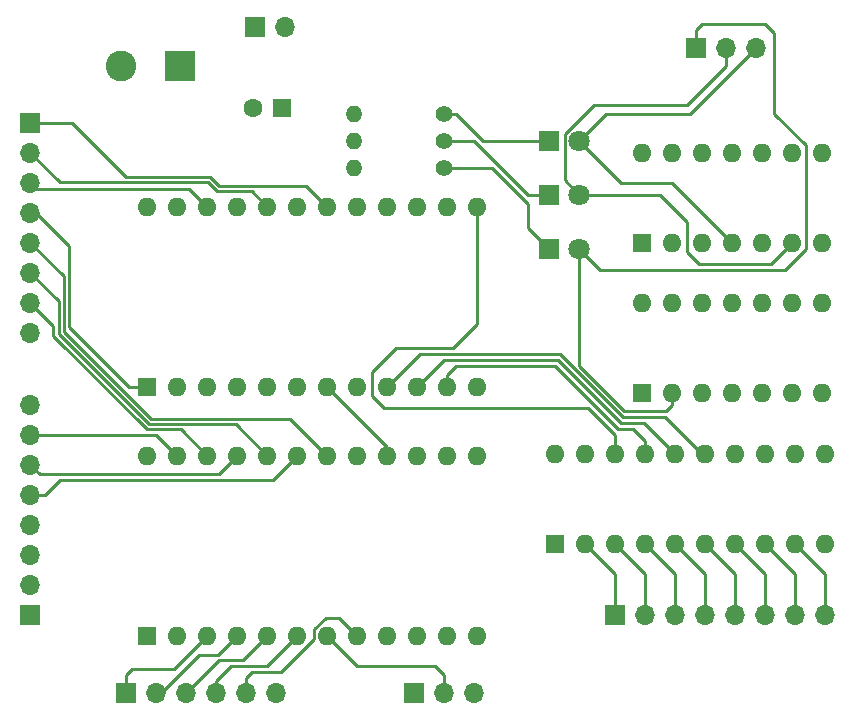
<source format=gbr>
%TF.GenerationSoftware,KiCad,Pcbnew,(5.1.9-0-10_14)*%
%TF.CreationDate,2021-05-10T01:07:37-04:00*%
%TF.ProjectId,ALU-SIMPLIFIED,414c552d-5349-44d5-904c-49464945442e,rev?*%
%TF.SameCoordinates,Original*%
%TF.FileFunction,Copper,L1,Top*%
%TF.FilePolarity,Positive*%
%FSLAX46Y46*%
G04 Gerber Fmt 4.6, Leading zero omitted, Abs format (unit mm)*
G04 Created by KiCad (PCBNEW (5.1.9-0-10_14)) date 2021-05-10 01:07:37*
%MOMM*%
%LPD*%
G01*
G04 APERTURE LIST*
%TA.AperFunction,ComponentPad*%
%ADD10O,1.600000X1.600000*%
%TD*%
%TA.AperFunction,ComponentPad*%
%ADD11R,1.600000X1.600000*%
%TD*%
%TA.AperFunction,ComponentPad*%
%ADD12O,1.700000X1.700000*%
%TD*%
%TA.AperFunction,ComponentPad*%
%ADD13R,1.700000X1.700000*%
%TD*%
%TA.AperFunction,ComponentPad*%
%ADD14C,1.400000*%
%TD*%
%TA.AperFunction,ComponentPad*%
%ADD15O,1.400000X1.400000*%
%TD*%
%TA.AperFunction,ComponentPad*%
%ADD16C,2.600000*%
%TD*%
%TA.AperFunction,ComponentPad*%
%ADD17R,2.600000X2.600000*%
%TD*%
%TA.AperFunction,ComponentPad*%
%ADD18C,1.800000*%
%TD*%
%TA.AperFunction,ComponentPad*%
%ADD19R,1.800000X1.800000*%
%TD*%
%TA.AperFunction,ComponentPad*%
%ADD20C,1.600000*%
%TD*%
%TA.AperFunction,Conductor*%
%ADD21C,0.250000*%
%TD*%
G04 APERTURE END LIST*
D10*
%TO.P,U5,20*%
%TO.N,VCC*%
X172724000Y-132962000D03*
%TO.P,U5,10*%
%TO.N,GND*%
X195584000Y-140582000D03*
%TO.P,U5,19*%
%TO.N,/OE*%
X175264000Y-132962000D03*
%TO.P,U5,9*%
%TO.N,/F0*%
X193044000Y-140582000D03*
%TO.P,U5,18*%
%TO.N,Net-(U1-Pad13)*%
X177804000Y-132962000D03*
%TO.P,U5,8*%
%TO.N,/F1*%
X190504000Y-140582000D03*
%TO.P,U5,17*%
%TO.N,Net-(U1-Pad11)*%
X180344000Y-132962000D03*
%TO.P,U5,7*%
%TO.N,/F2*%
X187964000Y-140582000D03*
%TO.P,U5,16*%
%TO.N,Net-(U1-Pad10)*%
X182884000Y-132962000D03*
%TO.P,U5,6*%
%TO.N,/F3*%
X185424000Y-140582000D03*
%TO.P,U5,15*%
%TO.N,Net-(U1-Pad9)*%
X185424000Y-132962000D03*
%TO.P,U5,5*%
%TO.N,/F4*%
X182884000Y-140582000D03*
%TO.P,U5,14*%
%TO.N,Net-(U2-Pad13)*%
X187964000Y-132962000D03*
%TO.P,U5,4*%
%TO.N,/F5*%
X180344000Y-140582000D03*
%TO.P,U5,13*%
%TO.N,Net-(U2-Pad11)*%
X190504000Y-132962000D03*
%TO.P,U5,3*%
%TO.N,/F6*%
X177804000Y-140582000D03*
%TO.P,U5,12*%
%TO.N,Net-(U2-Pad10)*%
X193044000Y-132962000D03*
%TO.P,U5,2*%
%TO.N,/F7*%
X175264000Y-140582000D03*
%TO.P,U5,11*%
%TO.N,Net-(U2-Pad9)*%
X195584000Y-132962000D03*
D11*
%TO.P,U5,1*%
%TO.N,GND*%
X172724000Y-140582000D03*
%TD*%
D12*
%TO.P,J3,8*%
%TO.N,/F0*%
X195580000Y-146558000D03*
%TO.P,J3,7*%
%TO.N,/F1*%
X193040000Y-146558000D03*
%TO.P,J3,6*%
%TO.N,/F2*%
X190500000Y-146558000D03*
%TO.P,J3,5*%
%TO.N,/F3*%
X187960000Y-146558000D03*
%TO.P,J3,4*%
%TO.N,/F4*%
X185420000Y-146558000D03*
%TO.P,J3,3*%
%TO.N,/F5*%
X182880000Y-146558000D03*
%TO.P,J3,2*%
%TO.N,/F6*%
X180340000Y-146558000D03*
D13*
%TO.P,J3,1*%
%TO.N,/F7*%
X177800000Y-146558000D03*
%TD*%
D12*
%TO.P,J6,6*%
%TO.N,/OE*%
X149098000Y-153162000D03*
%TO.P,J6,5*%
%TO.N,/MODE*%
X146558000Y-153162000D03*
%TO.P,J6,4*%
%TO.N,/S0*%
X144018000Y-153162000D03*
%TO.P,J6,3*%
%TO.N,/S1*%
X141478000Y-153162000D03*
%TO.P,J6,2*%
%TO.N,/S2*%
X138938000Y-153162000D03*
D13*
%TO.P,J6,1*%
%TO.N,/S3*%
X136398000Y-153162000D03*
%TD*%
D12*
%TO.P,J7,3*%
%TO.N,/A>B*%
X189738000Y-98552000D03*
%TO.P,J7,2*%
%TO.N,/A==B*%
X187198000Y-98552000D03*
D13*
%TO.P,J7,1*%
%TO.N,/CARRY*%
X184658000Y-98552000D03*
%TD*%
D10*
%TO.P,U3,14*%
%TO.N,VCC*%
X180086000Y-107442000D03*
%TO.P,U3,7*%
%TO.N,GND*%
X195326000Y-115062000D03*
%TO.P,U3,13*%
%TO.N,N/C*%
X182626000Y-107442000D03*
%TO.P,U3,6*%
%TO.N,/A==B*%
X192786000Y-115062000D03*
%TO.P,U3,12*%
%TO.N,N/C*%
X185166000Y-107442000D03*
%TO.P,U3,5*%
%TO.N,Net-(U1-Pad16)*%
X190246000Y-115062000D03*
%TO.P,U3,11*%
%TO.N,N/C*%
X187706000Y-107442000D03*
%TO.P,U3,4*%
%TO.N,/A>B*%
X187706000Y-115062000D03*
%TO.P,U3,10*%
%TO.N,N/C*%
X190246000Y-107442000D03*
%TO.P,U3,3*%
X185166000Y-115062000D03*
%TO.P,U3,9*%
X192786000Y-107442000D03*
%TO.P,U3,2*%
X182626000Y-115062000D03*
%TO.P,U3,8*%
X195326000Y-107442000D03*
D11*
%TO.P,U3,1*%
X180086000Y-115062000D03*
%TD*%
D10*
%TO.P,U4,14*%
%TO.N,VCC*%
X180086000Y-120142000D03*
%TO.P,U4,7*%
%TO.N,GND*%
X195326000Y-127762000D03*
%TO.P,U4,13*%
%TO.N,N/C*%
X182626000Y-120142000D03*
%TO.P,U4,6*%
X192786000Y-127762000D03*
%TO.P,U4,12*%
X185166000Y-120142000D03*
%TO.P,U4,5*%
X190246000Y-127762000D03*
%TO.P,U4,11*%
X187706000Y-120142000D03*
%TO.P,U4,4*%
X187706000Y-127762000D03*
%TO.P,U4,10*%
X190246000Y-120142000D03*
%TO.P,U4,3*%
X185166000Y-127762000D03*
%TO.P,U4,9*%
X192786000Y-120142000D03*
%TO.P,U4,2*%
%TO.N,/CARRY*%
X182626000Y-127762000D03*
%TO.P,U4,8*%
%TO.N,N/C*%
X195326000Y-120142000D03*
D11*
%TO.P,U4,1*%
%TO.N,Net-(U1-Pad16)*%
X180086000Y-127762000D03*
%TD*%
D12*
%TO.P,J8,3*%
%TO.N,GND*%
X165862000Y-153162000D03*
%TO.P,J8,2*%
%TO.N,Net-(J8-Pad2)*%
X163322000Y-153162000D03*
D13*
%TO.P,J8,1*%
%TO.N,VCC*%
X160782000Y-153162000D03*
%TD*%
D10*
%TO.P,U2,24*%
%TO.N,VCC*%
X138176000Y-133096000D03*
%TO.P,U2,12*%
%TO.N,GND*%
X166116000Y-148336000D03*
%TO.P,U2,23*%
%TO.N,/A1*%
X140716000Y-133096000D03*
%TO.P,U2,11*%
%TO.N,Net-(U2-Pad11)*%
X163576000Y-148336000D03*
%TO.P,U2,22*%
%TO.N,/B1*%
X143256000Y-133096000D03*
%TO.P,U2,10*%
%TO.N,Net-(U2-Pad10)*%
X161036000Y-148336000D03*
%TO.P,U2,21*%
%TO.N,/A2*%
X145796000Y-133096000D03*
%TO.P,U2,9*%
%TO.N,Net-(U2-Pad9)*%
X158496000Y-148336000D03*
%TO.P,U2,20*%
%TO.N,/B2*%
X148336000Y-133096000D03*
%TO.P,U2,8*%
%TO.N,/MODE*%
X155956000Y-148336000D03*
%TO.P,U2,19*%
%TO.N,/A3*%
X150876000Y-133096000D03*
%TO.P,U2,7*%
%TO.N,Net-(J8-Pad2)*%
X153416000Y-148336000D03*
%TO.P,U2,18*%
%TO.N,/B3*%
X153416000Y-133096000D03*
%TO.P,U2,6*%
%TO.N,/S0*%
X150876000Y-148336000D03*
%TO.P,U2,17*%
%TO.N,Net-(U2-Pad17)*%
X155956000Y-133096000D03*
%TO.P,U2,5*%
%TO.N,/S1*%
X148336000Y-148336000D03*
%TO.P,U2,16*%
%TO.N,Net-(U1-Pad7)*%
X158496000Y-133096000D03*
%TO.P,U2,4*%
%TO.N,/S2*%
X145796000Y-148336000D03*
%TO.P,U2,15*%
%TO.N,Net-(U2-Pad15)*%
X161036000Y-133096000D03*
%TO.P,U2,3*%
%TO.N,/S3*%
X143256000Y-148336000D03*
%TO.P,U2,14*%
%TO.N,/A==B*%
X163576000Y-133096000D03*
%TO.P,U2,2*%
%TO.N,/A0*%
X140716000Y-148336000D03*
%TO.P,U2,13*%
%TO.N,Net-(U2-Pad13)*%
X166116000Y-133096000D03*
D11*
%TO.P,U2,1*%
%TO.N,/B0*%
X138176000Y-148336000D03*
%TD*%
D10*
%TO.P,U1,24*%
%TO.N,VCC*%
X138176000Y-112014000D03*
%TO.P,U1,12*%
%TO.N,GND*%
X166116000Y-127254000D03*
%TO.P,U1,23*%
%TO.N,/A5*%
X140716000Y-112014000D03*
%TO.P,U1,11*%
%TO.N,Net-(U1-Pad11)*%
X163576000Y-127254000D03*
%TO.P,U1,22*%
%TO.N,/B5*%
X143256000Y-112014000D03*
%TO.P,U1,10*%
%TO.N,Net-(U1-Pad10)*%
X161036000Y-127254000D03*
%TO.P,U1,21*%
%TO.N,/A6*%
X145796000Y-112014000D03*
%TO.P,U1,9*%
%TO.N,Net-(U1-Pad9)*%
X158496000Y-127254000D03*
%TO.P,U1,20*%
%TO.N,/B6*%
X148336000Y-112014000D03*
%TO.P,U1,8*%
%TO.N,/MODE*%
X155956000Y-127254000D03*
%TO.P,U1,19*%
%TO.N,/A7*%
X150876000Y-112014000D03*
%TO.P,U1,7*%
%TO.N,Net-(U1-Pad7)*%
X153416000Y-127254000D03*
%TO.P,U1,18*%
%TO.N,/B7*%
X153416000Y-112014000D03*
%TO.P,U1,6*%
%TO.N,/S0*%
X150876000Y-127254000D03*
%TO.P,U1,17*%
%TO.N,Net-(U1-Pad17)*%
X155956000Y-112014000D03*
%TO.P,U1,5*%
%TO.N,/S1*%
X148336000Y-127254000D03*
%TO.P,U1,16*%
%TO.N,Net-(U1-Pad16)*%
X158496000Y-112014000D03*
%TO.P,U1,4*%
%TO.N,/S2*%
X145796000Y-127254000D03*
%TO.P,U1,15*%
%TO.N,Net-(U1-Pad15)*%
X161036000Y-112014000D03*
%TO.P,U1,3*%
%TO.N,/S3*%
X143256000Y-127254000D03*
%TO.P,U1,14*%
%TO.N,/A==B*%
X163576000Y-112014000D03*
%TO.P,U1,2*%
%TO.N,/A4*%
X140716000Y-127254000D03*
%TO.P,U1,13*%
%TO.N,Net-(U1-Pad13)*%
X166116000Y-112014000D03*
D11*
%TO.P,U1,1*%
%TO.N,/B4*%
X138176000Y-127254000D03*
%TD*%
D14*
%TO.P,R4,1*%
%TO.N,Net-(D4-Pad1)*%
X163322000Y-108712000D03*
D15*
%TO.P,R4,2*%
%TO.N,GND*%
X155702000Y-108712000D03*
%TD*%
D14*
%TO.P,R3,1*%
%TO.N,Net-(D3-Pad1)*%
X163322000Y-106426000D03*
D15*
%TO.P,R3,2*%
%TO.N,GND*%
X155702000Y-106426000D03*
%TD*%
D14*
%TO.P,R1,1*%
%TO.N,Net-(D1-Pad1)*%
X163322000Y-104140000D03*
D15*
%TO.P,R1,2*%
%TO.N,GND*%
X155702000Y-104140000D03*
%TD*%
D12*
%TO.P,J5,8*%
%TO.N,/B0*%
X128270000Y-122682000D03*
%TO.P,J5,7*%
%TO.N,/B1*%
X128270000Y-120142000D03*
%TO.P,J5,6*%
%TO.N,/B2*%
X128270000Y-117602000D03*
%TO.P,J5,5*%
%TO.N,/B3*%
X128270000Y-115062000D03*
%TO.P,J5,4*%
%TO.N,/B4*%
X128270000Y-112522000D03*
%TO.P,J5,3*%
%TO.N,/B5*%
X128270000Y-109982000D03*
%TO.P,J5,2*%
%TO.N,/B6*%
X128270000Y-107442000D03*
D13*
%TO.P,J5,1*%
%TO.N,/B7*%
X128270000Y-104902000D03*
%TD*%
D12*
%TO.P,J4,8*%
%TO.N,/A0*%
X128270000Y-128778000D03*
%TO.P,J4,7*%
%TO.N,/A1*%
X128270000Y-131318000D03*
%TO.P,J4,6*%
%TO.N,/A2*%
X128270000Y-133858000D03*
%TO.P,J4,5*%
%TO.N,/A3*%
X128270000Y-136398000D03*
%TO.P,J4,4*%
%TO.N,/A4*%
X128270000Y-138938000D03*
%TO.P,J4,3*%
%TO.N,/A5*%
X128270000Y-141478000D03*
%TO.P,J4,2*%
%TO.N,/A6*%
X128270000Y-144018000D03*
D13*
%TO.P,J4,1*%
%TO.N,/A7*%
X128270000Y-146558000D03*
%TD*%
D16*
%TO.P,J2,2*%
%TO.N,VCC*%
X135970000Y-100076000D03*
D17*
%TO.P,J2,1*%
%TO.N,GND*%
X140970000Y-100076000D03*
%TD*%
D12*
%TO.P,J1,2*%
%TO.N,VCC*%
X149860000Y-96774000D03*
D13*
%TO.P,J1,1*%
%TO.N,GND*%
X147320000Y-96774000D03*
%TD*%
D18*
%TO.P,D4,2*%
%TO.N,/CARRY*%
X174752000Y-115570000D03*
D19*
%TO.P,D4,1*%
%TO.N,Net-(D4-Pad1)*%
X172212000Y-115570000D03*
%TD*%
D18*
%TO.P,D3,2*%
%TO.N,/A==B*%
X174752000Y-110998000D03*
D19*
%TO.P,D3,1*%
%TO.N,Net-(D3-Pad1)*%
X172212000Y-110998000D03*
%TD*%
D18*
%TO.P,D1,2*%
%TO.N,/A>B*%
X174752000Y-106426000D03*
D19*
%TO.P,D1,1*%
%TO.N,Net-(D1-Pad1)*%
X172212000Y-106426000D03*
%TD*%
D20*
%TO.P,C1,2*%
%TO.N,GND*%
X147106000Y-103632000D03*
D11*
%TO.P,C1,1*%
%TO.N,VCC*%
X149606000Y-103632000D03*
%TD*%
D21*
%TO.N,/A1*%
X128270000Y-131318000D02*
X138938000Y-131318000D01*
X138938000Y-131318000D02*
X140716000Y-133096000D01*
%TO.N,/A2*%
X128270000Y-133858000D02*
X129089989Y-134677989D01*
X129089989Y-134677989D02*
X144214011Y-134677989D01*
X144214011Y-134677989D02*
X145796000Y-133096000D01*
%TO.N,/A3*%
X128270000Y-136398000D02*
X129540000Y-136398000D01*
X129540000Y-136398000D02*
X130810000Y-135128000D01*
X148844000Y-135128000D02*
X150876000Y-133096000D01*
X130810000Y-135128000D02*
X148844000Y-135128000D01*
%TO.N,/B1*%
X130221967Y-122093967D02*
X130221967Y-122981557D01*
X130221967Y-122981557D02*
X138108399Y-130867989D01*
X141027989Y-130867989D02*
X143256000Y-133096000D01*
X138108399Y-130867989D02*
X141027989Y-130867989D01*
X128270000Y-120142000D02*
X130221967Y-122093967D01*
%TO.N,/B2*%
X138294799Y-130417978D02*
X145657978Y-130417978D01*
X128270000Y-117602000D02*
X130671978Y-120003978D01*
X130671978Y-122795157D02*
X138294799Y-130417978D01*
X130671978Y-120003978D02*
X130671978Y-122795157D01*
X145657978Y-130417978D02*
X148336000Y-133096000D01*
%TO.N,/B3*%
X131121989Y-117913989D02*
X131121989Y-122608757D01*
X128270000Y-115062000D02*
X131121989Y-117913989D01*
X138481199Y-129967967D02*
X150287967Y-129967967D01*
X131121989Y-122608757D02*
X138481199Y-129967967D01*
X150287967Y-129967967D02*
X153416000Y-133096000D01*
%TO.N,/B4*%
X131572000Y-122174000D02*
X136652000Y-127254000D01*
X131572000Y-115316000D02*
X131572000Y-122174000D01*
X136652000Y-127254000D02*
X138176000Y-127254000D01*
X128778000Y-112522000D02*
X131572000Y-115316000D01*
X128270000Y-112522000D02*
X128778000Y-112522000D01*
%TO.N,/B5*%
X141732000Y-110490000D02*
X143256000Y-112014000D01*
X128778000Y-110490000D02*
X141732000Y-110490000D01*
X128270000Y-109982000D02*
X128778000Y-110490000D01*
%TO.N,/B6*%
X147008011Y-110686011D02*
X148336000Y-112014000D01*
X128270000Y-107442000D02*
X130752011Y-109924011D01*
X144085600Y-110686011D02*
X147008011Y-110686011D01*
X130752011Y-109924011D02*
X143323600Y-109924011D01*
X143323600Y-109924011D02*
X144085600Y-110686011D01*
%TO.N,/B7*%
X151638000Y-110236000D02*
X153416000Y-112014000D01*
X131826000Y-104902000D02*
X136398000Y-109474000D01*
X143510000Y-109474000D02*
X144272000Y-110236000D01*
X128270000Y-104902000D02*
X131826000Y-104902000D01*
X136398000Y-109474000D02*
X143510000Y-109474000D01*
X144272000Y-110236000D02*
X151638000Y-110236000D01*
%TO.N,Net-(U1-Pad7)*%
X158496000Y-132334000D02*
X158496000Y-133096000D01*
X153416000Y-127254000D02*
X158496000Y-132334000D01*
%TO.N,/F0*%
X195580000Y-143118000D02*
X193044000Y-140582000D01*
X195580000Y-146558000D02*
X195580000Y-143118000D01*
%TO.N,/F1*%
X193040000Y-143118000D02*
X190504000Y-140582000D01*
X193040000Y-146558000D02*
X193040000Y-143118000D01*
%TO.N,/F2*%
X190500000Y-143118000D02*
X187964000Y-140582000D01*
X190500000Y-146558000D02*
X190500000Y-143118000D01*
%TO.N,/F3*%
X187960000Y-143118000D02*
X185424000Y-140582000D01*
X187960000Y-146558000D02*
X187960000Y-143118000D01*
%TO.N,/F4*%
X185420000Y-143118000D02*
X182884000Y-140582000D01*
X185420000Y-146558000D02*
X185420000Y-143118000D01*
%TO.N,/F5*%
X182880000Y-143118000D02*
X180344000Y-140582000D01*
X182880000Y-146558000D02*
X182880000Y-143118000D01*
%TO.N,/F6*%
X180340000Y-143118000D02*
X177804000Y-140582000D01*
X180340000Y-146558000D02*
X180340000Y-143118000D01*
%TO.N,/F7*%
X177800000Y-143118000D02*
X175264000Y-140582000D01*
X177800000Y-146558000D02*
X177800000Y-143118000D01*
%TO.N,/MODE*%
X155956000Y-148336000D02*
X154432000Y-146812000D01*
X152290999Y-148586003D02*
X149493002Y-151384000D01*
X152290999Y-147795999D02*
X152290999Y-148586003D01*
X153274998Y-146812000D02*
X152290999Y-147795999D01*
X154432000Y-146812000D02*
X153274998Y-146812000D01*
X149493002Y-151384000D02*
X147066000Y-151384000D01*
X146558000Y-151892000D02*
X146558000Y-153162000D01*
X147066000Y-151384000D02*
X146558000Y-151892000D01*
%TO.N,/S0*%
X145288000Y-150876000D02*
X144018000Y-152146000D01*
X144018000Y-152146000D02*
X144018000Y-153162000D01*
X148336000Y-150876000D02*
X145288000Y-150876000D01*
X150876000Y-148336000D02*
X148336000Y-150876000D01*
%TO.N,/S1*%
X148336000Y-148336000D02*
X146246011Y-150425989D01*
X144214011Y-150425989D02*
X141478000Y-153162000D01*
X146246011Y-150425989D02*
X144214011Y-150425989D01*
%TO.N,/S2*%
X142503611Y-149975978D02*
X139317589Y-153162000D01*
X145796000Y-148336000D02*
X144156022Y-149975978D01*
X144156022Y-149975978D02*
X142503611Y-149975978D01*
X139317589Y-153162000D02*
X138938000Y-153162000D01*
%TO.N,/S3*%
X136398000Y-151638000D02*
X136398000Y-153162000D01*
X136906000Y-151130000D02*
X136398000Y-151638000D01*
X140462000Y-151130000D02*
X136906000Y-151130000D01*
X143256000Y-148336000D02*
X140462000Y-151130000D01*
%TO.N,/A>B*%
X174752000Y-106426000D02*
X178308000Y-109982000D01*
X182626000Y-109982000D02*
X187706000Y-115062000D01*
X178308000Y-109982000D02*
X182626000Y-109982000D01*
X174752000Y-106426000D02*
X177038000Y-104140000D01*
X184150000Y-104140000D02*
X189738000Y-98552000D01*
X177038000Y-104140000D02*
X184150000Y-104140000D01*
%TO.N,/A==B*%
X191008000Y-116840000D02*
X192786000Y-115062000D01*
X184912000Y-116840000D02*
X191008000Y-116840000D01*
X183896000Y-115824000D02*
X184912000Y-116840000D01*
X183896000Y-113284000D02*
X183896000Y-115824000D01*
X181610000Y-110998000D02*
X183896000Y-113284000D01*
X174752000Y-110998000D02*
X181610000Y-110998000D01*
X173526999Y-105837999D02*
X175986998Y-103378000D01*
X173526999Y-109772999D02*
X173526999Y-105837999D01*
X174752000Y-110998000D02*
X173526999Y-109772999D01*
X175986998Y-103378000D02*
X183896000Y-103378000D01*
X187198000Y-100076000D02*
X187198000Y-98552000D01*
X183896000Y-103378000D02*
X187198000Y-100076000D01*
%TO.N,Net-(D1-Pad1)*%
X164338000Y-104140000D02*
X166624000Y-106426000D01*
X166624000Y-106426000D02*
X172212000Y-106426000D01*
X163322000Y-104140000D02*
X164338000Y-104140000D01*
%TO.N,Net-(D3-Pad1)*%
X170434000Y-110998000D02*
X172212000Y-110998000D01*
X165862000Y-106426000D02*
X170434000Y-110998000D01*
X163322000Y-106426000D02*
X165862000Y-106426000D01*
%TO.N,Net-(D4-Pad1)*%
X170434000Y-113792000D02*
X172212000Y-115570000D01*
X170434000Y-111760000D02*
X170434000Y-113792000D01*
X167386000Y-108712000D02*
X170434000Y-111760000D01*
X163322000Y-108712000D02*
X167386000Y-108712000D01*
%TO.N,Net-(J8-Pad2)*%
X153416000Y-148336000D02*
X155956000Y-150876000D01*
X155956000Y-150876000D02*
X162560000Y-150876000D01*
X163322000Y-151638000D02*
X163322000Y-153162000D01*
X162560000Y-150876000D02*
X163322000Y-151638000D01*
%TO.N,/CARRY*%
X182118000Y-129286000D02*
X182626000Y-128778000D01*
X178562000Y-129286000D02*
X182118000Y-129286000D01*
X174752000Y-125476000D02*
X178562000Y-129286000D01*
X182626000Y-128778000D02*
X182626000Y-127762000D01*
X174752000Y-115570000D02*
X174752000Y-125476000D01*
X184658000Y-97028000D02*
X184658000Y-98552000D01*
X191262000Y-97282000D02*
X190500000Y-96520000D01*
X191262000Y-104140000D02*
X191262000Y-97282000D01*
X190500000Y-96520000D02*
X185166000Y-96520000D01*
X193911001Y-106789001D02*
X191262000Y-104140000D01*
X185166000Y-96520000D02*
X184658000Y-97028000D01*
X192165002Y-117348000D02*
X193911001Y-115602001D01*
X176530000Y-117348000D02*
X192165002Y-117348000D01*
X193911001Y-115602001D02*
X193911001Y-106789001D01*
X174752000Y-115570000D02*
X176530000Y-117348000D01*
%TO.N,Net-(U1-Pad11)*%
X163576000Y-127254000D02*
X163576000Y-126238000D01*
X163576000Y-126238000D02*
X164338000Y-125476000D01*
X164338000Y-125476000D02*
X172720000Y-125476000D01*
X172720000Y-125476000D02*
X178054000Y-130810000D01*
X178054000Y-130810000D02*
X179324000Y-130810000D01*
X180344000Y-131830000D02*
X180344000Y-132962000D01*
X179324000Y-130810000D02*
X180344000Y-131830000D01*
%TO.N,Net-(U1-Pad10)*%
X163322000Y-124968000D02*
X172971179Y-124968000D01*
X161036000Y-127254000D02*
X163322000Y-124968000D01*
X178305179Y-130302000D02*
X180224000Y-130302000D01*
X172971179Y-124968000D02*
X178305179Y-130302000D01*
X180224000Y-130302000D02*
X182884000Y-132962000D01*
%TO.N,Net-(U1-Pad9)*%
X181989590Y-129794000D02*
X185157590Y-132962000D01*
X158496000Y-127254000D02*
X161290000Y-124460000D01*
X173099590Y-124460000D02*
X178433590Y-129794000D01*
X178433590Y-129794000D02*
X181989590Y-129794000D01*
X161290000Y-124460000D02*
X173099590Y-124460000D01*
X185157590Y-132962000D02*
X185424000Y-132962000D01*
%TO.N,Net-(U1-Pad13)*%
X177804000Y-131322000D02*
X177804000Y-132962000D01*
X175514000Y-129032000D02*
X177804000Y-131322000D01*
X158242000Y-129032000D02*
X175514000Y-129032000D01*
X157226000Y-125984000D02*
X157226000Y-128016000D01*
X159258000Y-123952000D02*
X157226000Y-125984000D01*
X164084000Y-123952000D02*
X159258000Y-123952000D01*
X166116000Y-121920000D02*
X164084000Y-123952000D01*
X157226000Y-128016000D02*
X158242000Y-129032000D01*
X166116000Y-112014000D02*
X166116000Y-121920000D01*
%TD*%
M02*

</source>
